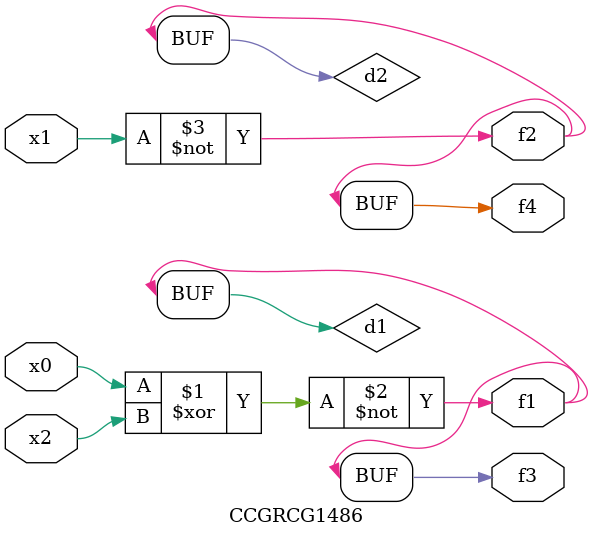
<source format=v>
module CCGRCG1486(
	input x0, x1, x2,
	output f1, f2, f3, f4
);

	wire d1, d2, d3;

	xnor (d1, x0, x2);
	nand (d2, x1);
	nor (d3, x1, x2);
	assign f1 = d1;
	assign f2 = d2;
	assign f3 = d1;
	assign f4 = d2;
endmodule

</source>
